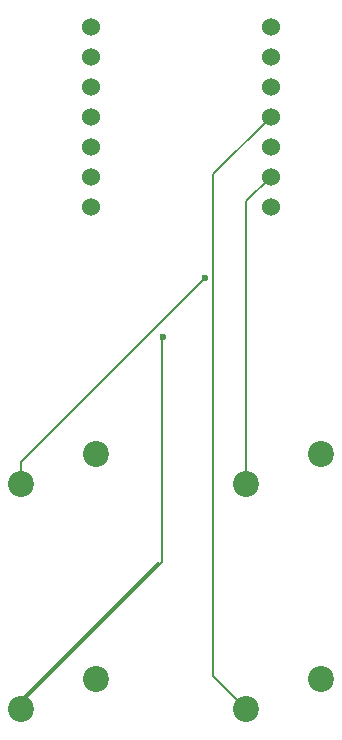
<source format=gbr>
%TF.GenerationSoftware,KiCad,Pcbnew,9.0.6*%
%TF.CreationDate,2025-12-05T22:26:19+05:30*%
%TF.ProjectId,MacropadHACKYEahh,4d616372-6f70-4616-9448-41434b594561,rev?*%
%TF.SameCoordinates,Original*%
%TF.FileFunction,Copper,L2,Bot*%
%TF.FilePolarity,Positive*%
%FSLAX46Y46*%
G04 Gerber Fmt 4.6, Leading zero omitted, Abs format (unit mm)*
G04 Created by KiCad (PCBNEW 9.0.6) date 2025-12-05 22:26:19*
%MOMM*%
%LPD*%
G01*
G04 APERTURE LIST*
%TA.AperFunction,ComponentPad*%
%ADD10C,2.200000*%
%TD*%
%TA.AperFunction,ComponentPad*%
%ADD11C,1.524000*%
%TD*%
%TA.AperFunction,ViaPad*%
%ADD12C,0.600000*%
%TD*%
%TA.AperFunction,Conductor*%
%ADD13C,0.200000*%
%TD*%
G04 APERTURE END LIST*
D10*
%TO.P,SW2,1,1*%
%TO.N,GND*%
X178593750Y-100012500D03*
%TO.P,SW2,2,2*%
%TO.N,Net-(U1-GPIO2{slash}SCK)*%
X172243750Y-102552500D03*
%TD*%
D11*
%TO.P,U1,1,GPIO26/ADC0/A0*%
%TO.N,unconnected-(U1-GPIO26{slash}ADC0{slash}A0-Pad1)*%
X159067500Y-63817500D03*
%TO.P,U1,2,GPIO27/ADC1/A1*%
%TO.N,unconnected-(U1-GPIO27{slash}ADC1{slash}A1-Pad2)*%
X159067500Y-66357500D03*
%TO.P,U1,3,GPIO28/ADC2/A2*%
%TO.N,unconnected-(U1-GPIO28{slash}ADC2{slash}A2-Pad3)*%
X159067500Y-68897500D03*
%TO.P,U1,4,GPIO29/ADC3/A3*%
%TO.N,unconnected-(U1-GPIO29{slash}ADC3{slash}A3-Pad4)*%
X159067500Y-71437500D03*
%TO.P,U1,5,GPIO6/SDA*%
%TO.N,Net-(D1-DIN)*%
X159067500Y-73977500D03*
%TO.P,U1,6,GPIO7/SCL*%
%TO.N,unconnected-(U1-GPIO7{slash}SCL-Pad6)*%
X159067500Y-76517500D03*
%TO.P,U1,7,GPIO0/TX*%
%TO.N,unconnected-(U1-GPIO0{slash}TX-Pad7)*%
X159067500Y-79057500D03*
%TO.P,U1,8,GPIO1/RX*%
%TO.N,Net-(U1-GPIO1{slash}RX)*%
X174307500Y-79057500D03*
%TO.P,U1,9,GPIO2/SCK*%
%TO.N,Net-(U1-GPIO2{slash}SCK)*%
X174307500Y-76517500D03*
%TO.P,U1,10,GPIO4/MISO*%
%TO.N,Net-(U1-GPIO4{slash}MISO)*%
X174307500Y-73977500D03*
%TO.P,U1,11,GPIO3/MOSI*%
%TO.N,Net-(U1-GPIO3{slash}MOSI)*%
X174307500Y-71437500D03*
%TO.P,U1,12,3V3*%
%TO.N,unconnected-(U1-3V3-Pad12)*%
X174307500Y-68897500D03*
%TO.P,U1,13,GND*%
%TO.N,GND*%
X174307500Y-66357500D03*
%TO.P,U1,14,VBUS*%
%TO.N,+5V*%
X174307500Y-63817500D03*
%TD*%
D10*
%TO.P,SW3,1,1*%
%TO.N,GND*%
X159543750Y-119062500D03*
%TO.P,SW3,2,2*%
%TO.N,Net-(U1-GPIO4{slash}MISO)*%
X153193750Y-121602500D03*
%TD*%
%TO.P,SW4,1,1*%
%TO.N,GND*%
X178593750Y-119062500D03*
%TO.P,SW4,2,2*%
%TO.N,Net-(U1-GPIO3{slash}MOSI)*%
X172243750Y-121602500D03*
%TD*%
%TO.P,SW1,1,1*%
%TO.N,GND*%
X159543750Y-100012500D03*
%TO.P,SW1,2,2*%
%TO.N,Net-(U1-GPIO1{slash}RX)*%
X153193750Y-102552500D03*
%TD*%
D12*
%TO.N,Net-(U1-GPIO1{slash}RX)*%
X168800000Y-85050000D03*
%TO.N,Net-(U1-GPIO4{slash}MISO)*%
X165200000Y-90100000D03*
%TD*%
D13*
%TO.N,Net-(U1-GPIO1{slash}RX)*%
X153193750Y-102552500D02*
X153193750Y-100656250D01*
X153193750Y-100656250D02*
X168800000Y-85050000D01*
%TO.N,Net-(U1-GPIO2{slash}SCK)*%
X172243750Y-102552500D02*
X172243750Y-78581250D01*
X172243750Y-78581250D02*
X174307500Y-76517500D01*
%TO.N,Net-(U1-GPIO4{slash}MISO)*%
X153193750Y-121602500D02*
X153193750Y-120806250D01*
X165100000Y-90200000D02*
X165200000Y-90100000D01*
X153193750Y-120806250D02*
X164900000Y-109100000D01*
X153193750Y-121056250D02*
X165100000Y-109150000D01*
X153193750Y-121602500D02*
X153193750Y-121056250D01*
X165100000Y-109150000D02*
X165100000Y-90200000D01*
%TO.N,Net-(U1-GPIO3{slash}MOSI)*%
X169450000Y-118808750D02*
X169450000Y-76295000D01*
X172243750Y-121602500D02*
X169450000Y-118808750D01*
X169450000Y-76295000D02*
X174307500Y-71437500D01*
%TD*%
M02*

</source>
